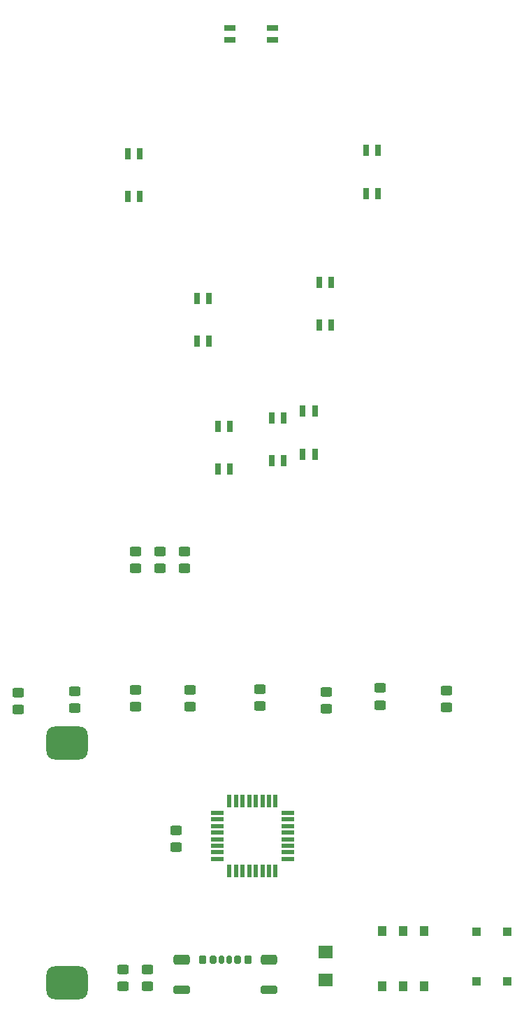
<source format=gbr>
%TF.GenerationSoftware,KiCad,Pcbnew,7.0.1-0*%
%TF.CreationDate,2024-04-28T15:41:34-04:00*%
%TF.ProjectId,OHS2024 Badge Release,4f485332-3032-4342-9042-616467652052,rev?*%
%TF.SameCoordinates,Original*%
%TF.FileFunction,Paste,Top*%
%TF.FilePolarity,Positive*%
%FSLAX46Y46*%
G04 Gerber Fmt 4.6, Leading zero omitted, Abs format (unit mm)*
G04 Created by KiCad (PCBNEW 7.0.1-0) date 2024-04-28 15:41:34*
%MOMM*%
%LPD*%
G01*
G04 APERTURE LIST*
G04 Aperture macros list*
%AMRoundRect*
0 Rectangle with rounded corners*
0 $1 Rounding radius*
0 $2 $3 $4 $5 $6 $7 $8 $9 X,Y pos of 4 corners*
0 Add a 4 corners polygon primitive as box body*
4,1,4,$2,$3,$4,$5,$6,$7,$8,$9,$2,$3,0*
0 Add four circle primitives for the rounded corners*
1,1,$1+$1,$2,$3*
1,1,$1+$1,$4,$5*
1,1,$1+$1,$6,$7*
1,1,$1+$1,$8,$9*
0 Add four rect primitives between the rounded corners*
20,1,$1+$1,$2,$3,$4,$5,0*
20,1,$1+$1,$4,$5,$6,$7,0*
20,1,$1+$1,$6,$7,$8,$9,0*
20,1,$1+$1,$8,$9,$2,$3,0*%
G04 Aperture macros list end*
%ADD10RoundRect,0.250000X-0.450000X0.325000X-0.450000X-0.325000X0.450000X-0.325000X0.450000X0.325000X0*%
%ADD11RoundRect,0.225000X0.225000X0.275000X-0.225000X0.275000X-0.225000X-0.275000X0.225000X-0.275000X0*%
%ADD12RoundRect,0.200000X0.200000X0.300000X-0.200000X0.300000X-0.200000X-0.300000X0.200000X-0.300000X0*%
%ADD13RoundRect,0.175000X0.175000X0.325000X-0.175000X0.325000X-0.175000X-0.325000X0.175000X-0.325000X0*%
%ADD14RoundRect,0.300000X0.700000X0.300000X-0.700000X0.300000X-0.700000X-0.300000X0.700000X-0.300000X0*%
%ADD15RoundRect,0.250000X0.750000X0.250000X-0.750000X0.250000X-0.750000X-0.250000X0.750000X-0.250000X0*%
%ADD16RoundRect,0.250000X0.450000X-0.325000X0.450000X0.325000X-0.450000X0.325000X-0.450000X-0.325000X0*%
%ADD17R,1.100000X1.300000*%
%ADD18R,0.800000X1.400000*%
%ADD19R,1.000000X1.000000*%
%ADD20R,1.600000X0.550000*%
%ADD21R,0.550000X1.600000*%
%ADD22R,1.400000X0.800000*%
%ADD23RoundRect,1.000000X1.500000X-1.000000X1.500000X1.000000X-1.500000X1.000000X-1.500000X-1.000000X0*%
%ADD24R,1.680000X1.520000*%
G04 APERTURE END LIST*
D10*
%TO.C,R13*%
X85680000Y-112785000D03*
X85680000Y-114835000D03*
%TD*%
%TO.C,R4*%
X84960000Y-96035000D03*
X84960000Y-98085000D03*
%TD*%
%TO.C,R2*%
X80510000Y-146640000D03*
X80510000Y-148690000D03*
%TD*%
%TO.C,R3*%
X77560000Y-146640000D03*
X77560000Y-148690000D03*
%TD*%
D11*
%TO.C,J1*%
X92690000Y-145490000D03*
X87190000Y-145490000D03*
D12*
X91440000Y-145490000D03*
D13*
X90440000Y-145490000D03*
D12*
X88420000Y-145490000D03*
D13*
X89440000Y-145490000D03*
D14*
X95260000Y-145490000D03*
D15*
X95260000Y-149090000D03*
X84620000Y-149090000D03*
D14*
X84620000Y-145490000D03*
%TD*%
D10*
%TO.C,R5*%
X82010000Y-96035000D03*
X82010000Y-98085000D03*
%TD*%
D16*
%TO.C,C1*%
X84010000Y-131865000D03*
X84010000Y-129815000D03*
%TD*%
D17*
%TO.C,SW1*%
X108990000Y-141980000D03*
X108990000Y-148640000D03*
X111490000Y-141980000D03*
X111490000Y-148640000D03*
X113990000Y-141980000D03*
X113990000Y-148640000D03*
%TD*%
D10*
%TO.C,R15*%
X102140000Y-113015000D03*
X102140000Y-115065000D03*
%TD*%
D18*
%TO.C,D8*%
X101340000Y-63400000D03*
X101340000Y-68600000D03*
X102790000Y-68600000D03*
X102790000Y-63400000D03*
%TD*%
D10*
%TO.C,R12*%
X79030000Y-112805000D03*
X79030000Y-114855000D03*
%TD*%
D18*
%TO.C,D3*%
X106995000Y-47430000D03*
X106995000Y-52630000D03*
X108445000Y-52630000D03*
X108445000Y-47430000D03*
%TD*%
D19*
%TO.C,SW2*%
X120395000Y-148120000D03*
X120395000Y-142120000D03*
X124145000Y-148120000D03*
X124145000Y-142120000D03*
%TD*%
D18*
%TO.C,D5*%
X89075000Y-80860000D03*
X89075000Y-86060000D03*
X90525000Y-86060000D03*
X90525000Y-80860000D03*
%TD*%
%TO.C,D1*%
X78125000Y-47830000D03*
X78125000Y-53030000D03*
X79575000Y-53030000D03*
X79575000Y-47830000D03*
%TD*%
D20*
%TO.C,U1*%
X88980000Y-127660000D03*
X88980000Y-128460000D03*
X88980000Y-129260000D03*
X88980000Y-130060000D03*
X88980000Y-130860000D03*
X88980000Y-131660000D03*
X88980000Y-132460000D03*
X88980000Y-133260000D03*
D21*
X90430000Y-134710000D03*
X91230000Y-134710000D03*
X92030000Y-134710000D03*
X92830000Y-134710000D03*
X93630000Y-134710000D03*
X94430000Y-134710000D03*
X95230000Y-134710000D03*
X96030000Y-134710000D03*
D20*
X97480000Y-133260000D03*
X97480000Y-132460000D03*
X97480000Y-131660000D03*
X97480000Y-130860000D03*
X97480000Y-130060000D03*
X97480000Y-129260000D03*
X97480000Y-128460000D03*
X97480000Y-127660000D03*
D21*
X96030000Y-126210000D03*
X95230000Y-126210000D03*
X94430000Y-126210000D03*
X93630000Y-126210000D03*
X92830000Y-126210000D03*
X92030000Y-126210000D03*
X91230000Y-126210000D03*
X90430000Y-126210000D03*
%TD*%
D10*
%TO.C,R14*%
X94120000Y-112690000D03*
X94120000Y-114740000D03*
%TD*%
%TO.C,R10*%
X64850000Y-113105000D03*
X64850000Y-115155000D03*
%TD*%
D18*
%TO.C,D6*%
X95555000Y-79810000D03*
X95555000Y-85010000D03*
X97005000Y-85010000D03*
X97005000Y-79810000D03*
%TD*%
D22*
%TO.C,D2*%
X95650000Y-32575000D03*
X90450000Y-32575000D03*
X90450000Y-34025000D03*
X95650000Y-34025000D03*
%TD*%
D23*
%TO.C,BT1*%
X70740000Y-148300000D03*
X70740000Y-119200000D03*
%TD*%
D24*
%TO.C,D10*%
X102070000Y-144520000D03*
X102070000Y-147920000D03*
%TD*%
D18*
%TO.C,D4*%
X86505000Y-65330000D03*
X86505000Y-70530000D03*
X87955000Y-70530000D03*
X87955000Y-65330000D03*
%TD*%
D10*
%TO.C,R16*%
X108720000Y-112555000D03*
X108720000Y-114605000D03*
%TD*%
D18*
%TO.C,D7*%
X99335000Y-79010000D03*
X99335000Y-84210000D03*
X100785000Y-84210000D03*
X100785000Y-79010000D03*
%TD*%
D10*
%TO.C,R6*%
X79060000Y-96035000D03*
X79060000Y-98085000D03*
%TD*%
%TO.C,R11*%
X71710000Y-112945000D03*
X71710000Y-114995000D03*
%TD*%
%TO.C,R17*%
X116700000Y-112875000D03*
X116700000Y-114925000D03*
%TD*%
M02*

</source>
